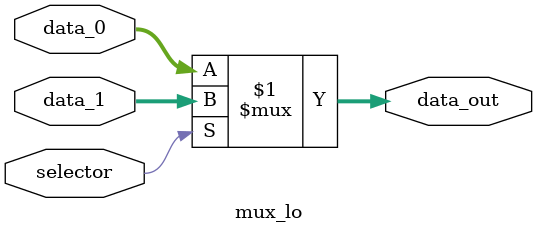
<source format=v>
/*
    MUX_Lo seleciona a saída:
    - Div
    - Mult
*/

module mux_lo(
    input wire selector,
    input wire [31:0] data_0,
    input wire [31:0] data_1,
    output wire [31:0] data_out
);

    assign data_out = (selector) ? data_1 : data_0;

endmodule
</source>
